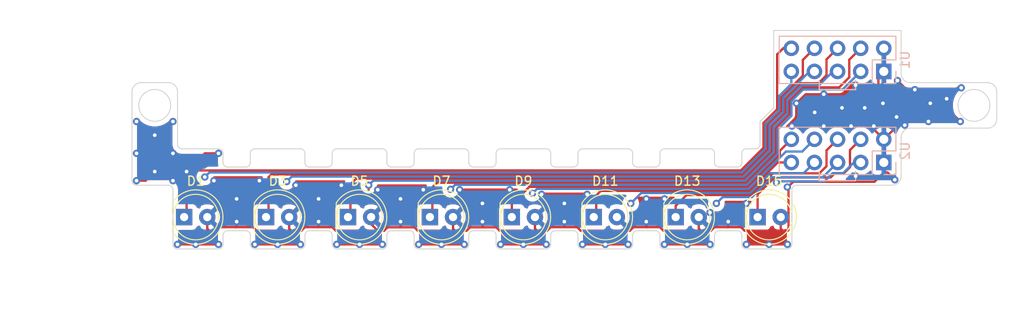
<source format=kicad_pcb>
(kicad_pcb (version 20171130) (host pcbnew "(5.1.6-0-10_14)")
  (layers (0 F.Cu signal) (31 B.Cu signal) (34 B.Paste user) (35 F.Paste user) (36 B.SilkS user) (37 F.SilkS user) (38 B.Mask user) (39 F.Mask user) (44 Edge.Cuts user))
  (net 0 "")
  (net 1 GND)
  (net 2 OUT1)
  (net 3 OUT3)
  (net 4 OUT5)
  (net 5 OUT7)
  (net 6 OUT9)
  (net 7 OUT11)
  (net 8 OUT13)
  (net 9 OUT15)
  (module Pin_Headers:Pin_Header_Straight_2x05_Pitch2.54mm (layer B.Cu) (at 193.095 102 90)
    (fp_text reference U2 (at 1.27 2.33 90) (layer B.SilkS) (effects (justify mirror)))
    (fp_text value Conn_02x05)
    (pad 1 thru_hole rect (at 0 0 90) (size 1.7 1.7) (drill 1) (layers *.Cu *.Mask) (net 1 GND))
    (pad 2 thru_hole oval (at 2.54 0 90) (size 1.7 1.7) (drill 1) (layers *.Cu *.Mask) (net 1 GND))
    (pad 3 thru_hole oval (at 0 -2.54 90) (size 1.7 1.7) (drill 1) (layers *.Cu *.Mask))
    (pad 4 thru_hole oval (at 2.54 -2.54 90) (size 1.7 1.7) (drill 1) (layers *.Cu *.Mask) (net 9 OUT15))
    (pad 5 thru_hole oval (at 0 -5.08 90) (size 1.7 1.7) (drill 1) (layers *.Cu *.Mask))
    (pad 6 thru_hole oval (at 2.54 -5.08 90) (size 1.7 1.7) (drill 1) (layers *.Cu *.Mask) (net 8 OUT13))
    (pad 7 thru_hole oval (at 0 -7.62 90) (size 1.7 1.7) (drill 1) (layers *.Cu *.Mask))
    (pad 8 thru_hole oval (at 2.54 -7.62 90) (size 1.7 1.7) (drill 1) (layers *.Cu *.Mask))
    (pad 9 thru_hole oval (at 0 -10.16 90) (size 1.7 1.7) (drill 1) (layers *.Cu *.Mask) (net 7 OUT11))
    (pad 10 thru_hole oval (at 2.54 -10.16 90) (size 1.7 1.7) (drill 1) (layers *.Cu *.Mask) (net 6 OUT9))
  )
  (module Pin_Headers:Pin_Header_Straight_2x05_Pitch2.54mm (layer B.Cu) (at 193.095 92 90)
    (fp_text reference U1 (at 1.27 2.33 90) (layer B.SilkS) (effects (justify mirror)))
    (fp_text value Conn_02x05)
    (pad 10 thru_hole oval (at 2.54 -10.16 90) (size 1.7 1.7) (drill 1) (layers *.Cu *.Mask) (net 2 OUT1))
    (pad 9 thru_hole oval (at 0 -10.16 90) (size 1.7 1.7) (drill 1) (layers *.Cu *.Mask))
    (pad 8 thru_hole oval (at 2.54 -7.62 90) (size 1.7 1.7) (drill 1) (layers *.Cu *.Mask) (net 3 OUT3))
    (pad 7 thru_hole oval (at 0 -7.62 90) (size 1.7 1.7) (drill 1) (layers *.Cu *.Mask))
    (pad 6 thru_hole oval (at 2.54 -5.08 90) (size 1.7 1.7) (drill 1) (layers *.Cu *.Mask) (net 4 OUT5))
    (pad 5 thru_hole oval (at 0 -5.08 90) (size 1.7 1.7) (drill 1) (layers *.Cu *.Mask))
    (pad 4 thru_hole oval (at 2.54 -2.54 90) (size 1.7 1.7) (drill 1) (layers *.Cu *.Mask) (net 5 OUT7))
    (pad 3 thru_hole oval (at 0 -2.54 90) (size 1.7 1.7) (drill 1) (layers *.Cu *.Mask))
    (pad 2 thru_hole oval (at 2.54 0 90) (size 1.7 1.7) (drill 1) (layers *.Cu *.Mask) (net 1 GND))
    (pad 1 thru_hole rect (at 0 0 90) (size 1.7 1.7) (drill 1) (layers *.Cu *.Mask) (net 1 GND))
  )
  (module LEDs:LED_D5.0mm (layer F.Cu) (at 116.23 108)
    (fp_text reference D1 (at 1.27 -3.96) (layer F.SilkS))
    (fp_text value D_Photo)
    (pad 2 thru_hole circle (at 2.54 0) (size 1.8 1.8) (drill 0.9) (layers *.Cu *.Mask) (net 1 GND))
    (pad 1 thru_hole rect (at 0 0) (size 1.8 1.8) (drill 0.9) (layers *.Cu *.Mask) (net 2 OUT1))
  )
  (module LEDs:LED_D5.0mm (layer F.Cu) (at 125.23 108)
    (fp_text reference D3 (at 1.27 -3.96) (layer F.SilkS))
    (fp_text value D_Photo)
    (pad 2 thru_hole circle (at 2.54 0) (size 1.8 1.8) (drill 0.9) (layers *.Cu *.Mask) (net 1 GND))
    (pad 1 thru_hole rect (at 0 0) (size 1.8 1.8) (drill 0.9) (layers *.Cu *.Mask) (net 3 OUT3))
  )
  (module LEDs:LED_D5.0mm (layer F.Cu) (at 134.23 108)
    (fp_text reference D5 (at 1.27 -3.96) (layer F.SilkS))
    (fp_text value D_Photo)
    (pad 2 thru_hole circle (at 2.54 0) (size 1.8 1.8) (drill 0.9) (layers *.Cu *.Mask) (net 1 GND))
    (pad 1 thru_hole rect (at 0 0) (size 1.8 1.8) (drill 0.9) (layers *.Cu *.Mask) (net 4 OUT5))
  )
  (module LEDs:LED_D5.0mm (layer F.Cu) (at 143.23 108)
    (fp_text reference D7 (at 1.27 -3.96) (layer F.SilkS))
    (fp_text value D_Photo)
    (pad 2 thru_hole circle (at 2.54 0) (size 1.8 1.8) (drill 0.9) (layers *.Cu *.Mask) (net 1 GND))
    (pad 1 thru_hole rect (at 0 0) (size 1.8 1.8) (drill 0.9) (layers *.Cu *.Mask) (net 5 OUT7))
  )
  (module LEDs:LED_D5.0mm (layer F.Cu) (at 152.23 108)
    (fp_text reference D9 (at 1.27 -3.96) (layer F.SilkS))
    (fp_text value D_Photo)
    (pad 1 thru_hole rect (at 0 0) (size 1.8 1.8) (drill 0.9) (layers *.Cu *.Mask) (net 6 OUT9))
    (pad 2 thru_hole circle (at 2.54 0) (size 1.8 1.8) (drill 0.9) (layers *.Cu *.Mask) (net 1 GND))
  )
  (module LEDs:LED_D5.0mm (layer F.Cu) (at 161.23 108)
    (fp_text reference D11 (at 1.27 -3.96) (layer F.SilkS))
    (fp_text value D_Photo)
    (pad 2 thru_hole circle (at 2.54 0) (size 1.8 1.8) (drill 0.9) (layers *.Cu *.Mask) (net 1 GND))
    (pad 1 thru_hole rect (at 0 0) (size 1.8 1.8) (drill 0.9) (layers *.Cu *.Mask) (net 7 OUT11))
  )
  (module LEDs:LED_D5.0mm (layer F.Cu) (at 170.23 108)
    (fp_text reference D13 (at 1.27 -3.96) (layer F.SilkS))
    (fp_text value D_Photo)
    (pad 1 thru_hole rect (at 0 0) (size 1.8 1.8) (drill 0.9) (layers *.Cu *.Mask) (net 8 OUT13))
    (pad 2 thru_hole circle (at 2.54 0) (size 1.8 1.8) (drill 0.9) (layers *.Cu *.Mask) (net 1 GND))
  )
  (module LEDs:LED_D5.0mm (layer F.Cu) (at 179.23 108)
    (fp_text reference D15 (at 1.27 -3.96) (layer F.SilkS))
    (fp_text value D_Photo)
    (pad 2 thru_hole circle (at 2.54 0) (size 1.8 1.8) (drill 0.9) (layers *.Cu *.Mask) (net 1 GND))
    (pad 1 thru_hole rect (at 0 0) (size 1.8 1.8) (drill 0.9) (layers *.Cu *.Mask) (net 9 OUT15))
  )
  (gr_line (start 190 104) (end 190 103) (layer B.SilkS) (width 0.15))
  (gr_line (start 186 104) (end 190 104) (layer B.SilkS) (width 0.15))
  (gr_line (start 186 103) (end 186 104) (layer B.SilkS) (width 0.15))
  (gr_line (start 190 94) (end 190 93) (layer B.SilkS) (width 0.15))
  (gr_line (start 186 94) (end 190 94) (layer B.SilkS) (width 0.15))
  (gr_line (start 186 93) (end 186 94) (layer B.SilkS) (width 0.15))
  (gr_arc (start 179 100) (end 179 100.5) (angle -90) (layer Edge.Cuts) (width 0.1))
  (gr_line (start 178 100.5) (end 179 100.5) (layer Edge.Cuts) (width 0.1))
  (gr_line (start 115 105) (end 115 111) (layer Edge.Cuts) (width 0.1))
  (gr_arc (start 111 104) (end 110.5 104) (angle -90) (layer Edge.Cuts) (width 0.1))
  (gr_arc (start 194 103.5) (end 194 104.5) (angle -90) (layer Edge.Cuts) (width 0.1))
  (gr_line (start 183.5 104.5) (end 194 104.5) (layer Edge.Cuts) (width 0.1))
  (gr_line (start 175 109.5) (end 177 109.5) (layer Edge.Cuts) (width 0.1))
  (gr_line (start 166 109.5) (end 168 109.5) (layer Edge.Cuts) (width 0.1))
  (gr_line (start 157 109.5) (end 159 109.5) (layer Edge.Cuts) (width 0.1))
  (gr_line (start 148 109.5) (end 150 109.5) (layer Edge.Cuts) (width 0.1))
  (gr_line (start 139 109.5) (end 141 109.5) (layer Edge.Cuts) (width 0.1))
  (gr_line (start 130 109.5) (end 132 109.5) (layer Edge.Cuts) (width 0.1))
  (gr_line (start 121 109.5) (end 123 109.5) (layer Edge.Cuts) (width 0.1))
  (gr_line (start 111 104.5) (end 114.5 104.5) (layer Edge.Cuts) (width 0.1))
  (gr_line (start 121 102.5) (end 123 102.5) (layer Edge.Cuts) (width 0.1))
  (gr_line (start 130 102.5) (end 132 102.5) (layer Edge.Cuts) (width 0.1))
  (gr_line (start 139 102.5) (end 141 102.5) (layer Edge.Cuts) (width 0.1))
  (gr_line (start 150 102.5) (end 148 102.5) (layer Edge.Cuts) (width 0.1))
  (gr_line (start 159 102.5) (end 157 102.5) (layer Edge.Cuts) (width 0.1))
  (gr_line (start 168 102.5) (end 166 102.5) (layer Edge.Cuts) (width 0.1))
  (gr_line (start 177 102.5) (end 175 102.5) (layer Edge.Cuts) (width 0.1))
  (gr_line (start 116 100.5) (end 120 100.5) (layer Edge.Cuts) (width 0.1))
  (gr_arc (start 177 102) (end 177 102.5) (angle -90) (layer Edge.Cuts) (width 0.1))
  (gr_arc (start 178 101) (end 178 100.5) (angle -90) (layer Edge.Cuts) (width 0.1))
  (gr_line (start 177.5 101) (end 177.5 102) (layer Edge.Cuts) (width 0.1))
  (gr_arc (start 121 102) (end 120.5 102) (angle -90) (layer Edge.Cuts) (width 0.1))
  (gr_arc (start 120 101) (end 120.5 101) (angle -90) (layer Edge.Cuts) (width 0.1))
  (gr_arc (start 116 100) (end 115.5 100) (angle -90) (layer Edge.Cuts) (width 0.1))
  (gr_line (start 120.5 101) (end 120.5 102) (layer Edge.Cuts) (width 0.1))
  (gr_line (start 123.5 101) (end 123.5 102) (layer Edge.Cuts) (width 0.1))
  (gr_line (start 124 100.5) (end 129 100.5) (layer Edge.Cuts) (width 0.1))
  (gr_arc (start 124 101) (end 124 100.5) (angle -90) (layer Edge.Cuts) (width 0.1))
  (gr_arc (start 130 102) (end 129.5 102) (angle -90) (layer Edge.Cuts) (width 0.1))
  (gr_arc (start 129 101) (end 129.5 101) (angle -90) (layer Edge.Cuts) (width 0.1))
  (gr_line (start 129.5 101) (end 129.5 102) (layer Edge.Cuts) (width 0.1))
  (gr_arc (start 123 102) (end 123 102.5) (angle -90) (layer Edge.Cuts) (width 0.1))
  (gr_arc (start 132 102) (end 132 102.5) (angle -90) (layer Edge.Cuts) (width 0.1))
  (gr_arc (start 133 101) (end 133 100.5) (angle -90) (layer Edge.Cuts) (width 0.1))
  (gr_line (start 133 100.5) (end 138 100.5) (layer Edge.Cuts) (width 0.1))
  (gr_line (start 138.5 101) (end 138.5 102) (layer Edge.Cuts) (width 0.1))
  (gr_arc (start 139 102) (end 138.5 102) (angle -90) (layer Edge.Cuts) (width 0.1))
  (gr_arc (start 138 101) (end 138.5 101) (angle -90) (layer Edge.Cuts) (width 0.1))
  (gr_line (start 132.5 101) (end 132.5 102) (layer Edge.Cuts) (width 0.1))
  (gr_arc (start 148 102) (end 147.5 102) (angle -90) (layer Edge.Cuts) (width 0.1))
  (gr_line (start 141.5 101) (end 141.5 102) (layer Edge.Cuts) (width 0.1))
  (gr_arc (start 147 101) (end 147.5 101) (angle -90) (layer Edge.Cuts) (width 0.1))
  (gr_arc (start 141 102) (end 141 102.5) (angle -90) (layer Edge.Cuts) (width 0.1))
  (gr_line (start 147.5 101) (end 147.5 102) (layer Edge.Cuts) (width 0.1))
  (gr_line (start 142 100.5) (end 147 100.5) (layer Edge.Cuts) (width 0.1))
  (gr_arc (start 142 101) (end 142 100.5) (angle -90) (layer Edge.Cuts) (width 0.1))
  (gr_arc (start 150 102) (end 150 102.5) (angle -90) (layer Edge.Cuts) (width 0.1))
  (gr_arc (start 151 101) (end 151 100.5) (angle -90) (layer Edge.Cuts) (width 0.1))
  (gr_line (start 151 100.5) (end 156 100.5) (layer Edge.Cuts) (width 0.1))
  (gr_arc (start 156 101) (end 156.5 101) (angle -90) (layer Edge.Cuts) (width 0.1))
  (gr_arc (start 157 102) (end 156.5 102) (angle -90) (layer Edge.Cuts) (width 0.1))
  (gr_line (start 150.5 101) (end 150.5 102) (layer Edge.Cuts) (width 0.1))
  (gr_line (start 156.5 101) (end 156.5 102) (layer Edge.Cuts) (width 0.1))
  (gr_arc (start 159 102) (end 159 102.5) (angle -90) (layer Edge.Cuts) (width 0.1))
  (gr_arc (start 160 101) (end 160 100.5) (angle -90) (layer Edge.Cuts) (width 0.1))
  (gr_line (start 165.5 101) (end 165.5 102) (layer Edge.Cuts) (width 0.1))
  (gr_arc (start 165 101) (end 165.5 101) (angle -90) (layer Edge.Cuts) (width 0.1))
  (gr_line (start 160 100.5) (end 165 100.5) (layer Edge.Cuts) (width 0.1))
  (gr_arc (start 166 102) (end 165.5 102) (angle -90) (layer Edge.Cuts) (width 0.1))
  (gr_line (start 159.5 101) (end 159.5 102) (layer Edge.Cuts) (width 0.1))
  (gr_arc (start 169 101) (end 169 100.5) (angle -90) (layer Edge.Cuts) (width 0.1))
  (gr_arc (start 168 102) (end 168 102.5) (angle -90) (layer Edge.Cuts) (width 0.1))
  (gr_arc (start 175 102) (end 174.5 102) (angle -90) (layer Edge.Cuts) (width 0.1))
  (gr_line (start 168.5 101) (end 168.5 102) (layer Edge.Cuts) (width 0.1))
  (gr_line (start 174.5 101) (end 174.5 102) (layer Edge.Cuts) (width 0.1))
  (gr_arc (start 174 101) (end 174.5 101) (angle -90) (layer Edge.Cuts) (width 0.1))
  (gr_line (start 169 100.5) (end 174 100.5) (layer Edge.Cuts) (width 0.1))
  (gr_arc (start 177 110) (end 177.5 110) (angle -90) (layer Edge.Cuts) (width 0.1))
  (gr_line (start 177.5 111) (end 177.5 110) (layer Edge.Cuts) (width 0.1))
  (gr_arc (start 178 111) (end 177.5 111) (angle -90) (layer Edge.Cuts) (width 0.1))
  (gr_arc (start 183.5 105) (end 183.5 104.5) (angle -90) (layer Edge.Cuts) (width 0.1))
  (gr_line (start 182.5 111.5) (end 178 111.5) (layer Edge.Cuts) (width 0.1))
  (gr_line (start 183 111) (end 183 105) (layer Edge.Cuts) (width 0.1))
  (gr_arc (start 182.5 111) (end 182.5 111.5) (angle -90) (layer Edge.Cuts) (width 0.1))
  (gr_line (start 174.5 111) (end 174.5 110) (layer Edge.Cuts) (width 0.1))
  (gr_arc (start 175 110) (end 175 109.5) (angle -90) (layer Edge.Cuts) (width 0.1))
  (gr_arc (start 168 110) (end 168.5 110) (angle -90) (layer Edge.Cuts) (width 0.1))
  (gr_line (start 168.5 111) (end 168.5 110) (layer Edge.Cuts) (width 0.1))
  (gr_arc (start 174 111) (end 174 111.5) (angle -90) (layer Edge.Cuts) (width 0.1))
  (gr_arc (start 169 111) (end 168.5 111) (angle -90) (layer Edge.Cuts) (width 0.1))
  (gr_line (start 174 111.5) (end 169 111.5) (layer Edge.Cuts) (width 0.1))
  (gr_arc (start 166 110) (end 166 109.5) (angle -90) (layer Edge.Cuts) (width 0.1))
  (gr_line (start 159.5 111) (end 159.5 110) (layer Edge.Cuts) (width 0.1))
  (gr_arc (start 165 111) (end 165 111.5) (angle -90) (layer Edge.Cuts) (width 0.1))
  (gr_line (start 165 111.5) (end 160 111.5) (layer Edge.Cuts) (width 0.1))
  (gr_arc (start 159 110) (end 159.5 110) (angle -90) (layer Edge.Cuts) (width 0.1))
  (gr_arc (start 160 111) (end 159.5 111) (angle -90) (layer Edge.Cuts) (width 0.1))
  (gr_line (start 165.5 111) (end 165.5 110) (layer Edge.Cuts) (width 0.1))
  (gr_arc (start 150 110) (end 150.5 110) (angle -90) (layer Edge.Cuts) (width 0.1))
  (gr_arc (start 151 111) (end 150.5 111) (angle -90) (layer Edge.Cuts) (width 0.1))
  (gr_line (start 156.5 111) (end 156.5 110) (layer Edge.Cuts) (width 0.1))
  (gr_arc (start 156 111) (end 156 111.5) (angle -90) (layer Edge.Cuts) (width 0.1))
  (gr_line (start 156 111.5) (end 151 111.5) (layer Edge.Cuts) (width 0.1))
  (gr_arc (start 157 110) (end 157 109.5) (angle -90) (layer Edge.Cuts) (width 0.1))
  (gr_line (start 150.5 111) (end 150.5 110) (layer Edge.Cuts) (width 0.1))
  (gr_line (start 147.5 111) (end 147.5 110) (layer Edge.Cuts) (width 0.1))
  (gr_arc (start 141 110) (end 141.5 110) (angle -90) (layer Edge.Cuts) (width 0.1))
  (gr_line (start 141.5 111) (end 141.5 110) (layer Edge.Cuts) (width 0.1))
  (gr_arc (start 148 110) (end 148 109.5) (angle -90) (layer Edge.Cuts) (width 0.1))
  (gr_arc (start 147 111) (end 147 111.5) (angle -90) (layer Edge.Cuts) (width 0.1))
  (gr_line (start 147 111.5) (end 142 111.5) (layer Edge.Cuts) (width 0.1))
  (gr_arc (start 142 111) (end 141.5 111) (angle -90) (layer Edge.Cuts) (width 0.1))
  (gr_line (start 138.5 111) (end 138.5 110) (layer Edge.Cuts) (width 0.1))
  (gr_arc (start 139 110) (end 139 109.5) (angle -90) (layer Edge.Cuts) (width 0.1))
  (gr_arc (start 138 111) (end 138 111.5) (angle -90) (layer Edge.Cuts) (width 0.1))
  (gr_line (start 138 111.5) (end 133 111.5) (layer Edge.Cuts) (width 0.1))
  (gr_arc (start 132 110) (end 132.5 110) (angle -90) (layer Edge.Cuts) (width 0.1))
  (gr_line (start 132.5 111) (end 132.5 110) (layer Edge.Cuts) (width 0.1))
  (gr_arc (start 133 111) (end 132.5 111) (angle -90) (layer Edge.Cuts) (width 0.1))
  (gr_line (start 129.5 111) (end 129.5 110) (layer Edge.Cuts) (width 0.1))
  (gr_arc (start 130 110) (end 130 109.5) (angle -90) (layer Edge.Cuts) (width 0.1))
  (gr_arc (start 129 111) (end 129 111.5) (angle -90) (layer Edge.Cuts) (width 0.1))
  (gr_line (start 123.5 111) (end 123.5 110) (layer Edge.Cuts) (width 0.1))
  (gr_arc (start 123 110) (end 123.5 110) (angle -90) (layer Edge.Cuts) (width 0.1))
  (gr_line (start 129 111.5) (end 124 111.5) (layer Edge.Cuts) (width 0.1))
  (gr_arc (start 124 111) (end 123.5 111) (angle -90) (layer Edge.Cuts) (width 0.1))
  (gr_arc (start 121 110) (end 121 109.5) (angle -90) (layer Edge.Cuts) (width 0.1))
  (gr_arc (start 114.5 105) (end 115 105) (angle -90) (layer Edge.Cuts) (width 0.1))
  (gr_line (start 120.5 111) (end 120.5 110) (layer Edge.Cuts) (width 0.1))
  (gr_arc (start 120 111) (end 120 111.5) (angle -90) (layer Edge.Cuts) (width 0.1))
  (gr_arc (start 115.5 111) (end 115 111) (angle -90) (layer Edge.Cuts) (width 0.1))
  (gr_line (start 120 111.5) (end 115.5 111.5) (layer Edge.Cuts) (width 0.1))
  (gr_arc (start 114.5 94.23) (end 115.5 94.23) (angle -90) (layer Edge.Cuts) (width 0.1))
  (gr_arc (start 111.5 94.23) (end 111.5 93.23) (angle -90) (layer Edge.Cuts) (width 0.1))
  (gr_line (start 111.5 93.23) (end 114.5 93.23) (layer Edge.Cuts) (width 0.1))
  (gr_line (start 110.5 104) (end 110.5 94.23) (layer Edge.Cuts) (width 0.1))
  (gr_line (start 115.5 100) (end 115.5 94.23) (layer Edge.Cuts) (width 0.1))
  (gr_circle (center 113 95.73) (end 114.75 95.73) (layer Edge.Cuts) (width 0.1))
  (gr_circle (center 203 95.73) (end 204.75 95.73) (layer Edge.Cuts) (width 0.1))
  (gr_arc (start 196 92.23) (end 195 92.23) (angle -90) (layer Edge.Cuts) (width 0.1))
  (gr_arc (start 196 99.23) (end 196 98.23) (angle -90) (layer Edge.Cuts) (width 0.1))
  (gr_line (start 195 92.23) (end 195 87.5) (layer Edge.Cuts) (width 0.1))
  (gr_arc (start 204.5 97.23) (end 204.5 98.23) (angle -90) (layer Edge.Cuts) (width 0.1))
  (gr_arc (start 204.5 94.23) (end 205.5 94.23) (angle -90) (layer Edge.Cuts) (width 0.1))
  (gr_line (start 196 98.23) (end 204.5 98.23) (layer Edge.Cuts) (width 0.1))
  (gr_line (start 205.5 94.23) (end 205.5 97.23) (layer Edge.Cuts) (width 0.1))
  (gr_line (start 196 93.23) (end 204.5 93.23) (layer Edge.Cuts) (width 0.1))
  (gr_line (start 181 96) (end 181 93) (layer Edge.Cuts) (width 0.1))
  (gr_line (start 179.5 97.5) (end 181 96) (layer Edge.Cuts) (width 0.1))
  (gr_line (start 179.5 100) (end 179.5 97.5) (layer Edge.Cuts) (width 0.1))
  (gr_line (start 181 87.5) (end 195 87.5) (layer Edge.Cuts) (width 0.1))
  (gr_line (start 181 93) (end 181 87.5) (layer Edge.Cuts) (width 0.1))
  (gr_line (start 195 103.5) (end 195 99.23) (layer Edge.Cuts) (width 0.1))
  (via (at 118.5 103.60001) (size 0.8) (drill 0.4) (layers F.Cu B.Cu) (net 0))
  (segment (start 119.00001 103.1) (end 118.5 103.60001) (width 0.25) (layer B.Cu) (net 0))
  (segment (start 177.5 103.1) (end 119.00001 103.1) (width 0.25) (layer B.Cu) (net 0))
  (segment (start 182.935 93.365) (end 182.935 92) (width 0.25) (layer B.Cu) (net 0))
  (segment (start 177.5 103.1) (end 180.1 100.5) (width 0.25) (layer B.Cu) (net 0))
  (segment (start 180.1 100.5) (end 180.1 97.8) (width 0.25) (layer B.Cu) (net 0))
  (segment (start 180.1 97.8) (end 181.6 96.3) (width 0.25) (layer B.Cu) (net 0))
  (segment (start 181.6 94.7) (end 182.935 93.365) (width 0.25) (layer B.Cu) (net 0))
  (segment (start 181.6 96.3) (end 181.6 94.7) (width 0.25) (layer B.Cu) (net 0))
  (segment (start 185.475 92.635358) (end 185.475 92) (width 0.25) (layer B.Cu) (net 0))
  (via (at 127.5 104.1) (size 0.8) (drill 0.4) (layers F.Cu B.Cu) (net 0))
  (segment (start 128.04999 103.55001) (end 177.686401 103.550009) (width 0.25) (layer B.Cu) (net 0))
  (segment (start 127.5 104.1) (end 128.04999 103.55001) (width 0.25) (layer B.Cu) (net 0))
  (segment (start 177.686401 103.550009) (end 180.55001 100.6864) (width 0.25) (layer B.Cu) (net 0))
  (segment (start 180.55001 100.6864) (end 180.55001 97.9864) (width 0.25) (layer B.Cu) (net 0))
  (segment (start 180.55001 97.9864) (end 182.05001 96.4864) (width 0.25) (layer B.Cu) (net 0))
  (segment (start 182.05001 96.4864) (end 182.05001 94.8864) (width 0.25) (layer B.Cu) (net 0))
  (segment (start 184.93641 92) (end 185.475 92) (width 0.25) (layer B.Cu) (net 0))
  (segment (start 182.05001 94.8864) (end 184.93641 92) (width 0.25) (layer B.Cu) (net 0))
  (via (at 136.5 104.500028) (size 0.8) (drill 0.4) (layers F.Cu B.Cu) (net 0))
  (segment (start 136.5 105) (end 136.5 104.500028) (width 0.25) (layer F.Cu) (net 0))
  (segment (start 184.03641 93.53641) (end 185.96359 93.53641) (width 0.25) (layer B.Cu) (net 0))
  (segment (start 185.96359 93.53641) (end 187.5 92) (width 0.25) (layer B.Cu) (net 0))
  (segment (start 136.5 104.500028) (end 137.00001 104.000018) (width 0.25) (layer B.Cu) (net 0))
  (segment (start 187.5 92) (end 188.015 92) (width 0.25) (layer B.Cu) (net 0))
  (segment (start 137.00001 104.000018) (end 177.872802 104.000018) (width 0.25) (layer B.Cu) (net 0))
  (segment (start 182.50002 96.6728) (end 182.50002 95.0728) (width 0.25) (layer B.Cu) (net 0))
  (segment (start 182.50002 95.0728) (end 184.03641 93.53641) (width 0.25) (layer B.Cu) (net 0))
  (segment (start 181.00002 98.1728) (end 182.50002 96.6728) (width 0.25) (layer B.Cu) (net 0))
  (segment (start 181.00002 100.8728) (end 181.00002 98.1728) (width 0.25) (layer B.Cu) (net 0))
  (segment (start 177.872802 104.000018) (end 181.00002 100.8728) (width 0.25) (layer B.Cu) (net 0))
  (segment (start 190.53641 92) (end 190.555 92) (width 0.25) (layer B.Cu) (net 0))
  (via (at 145.5 104.950038) (size 0.8) (drill 0.4) (layers F.Cu B.Cu) (net 0))
  (segment (start 145.5 105) (end 145.5 104.950038) (width 0.25) (layer F.Cu) (net 0))
  (segment (start 184.22281 93.98642) (end 188.56858 93.98642) (width 0.25) (layer B.Cu) (net 0))
  (segment (start 145.5 104.950038) (end 146.00001 104.450028) (width 0.25) (layer B.Cu) (net 0))
  (segment (start 188.56858 93.98642) (end 190.555 92) (width 0.25) (layer B.Cu) (net 0))
  (segment (start 146.00001 104.450028) (end 178.059203 104.450027) (width 0.25) (layer B.Cu) (net 0))
  (segment (start 178.059203 104.450027) (end 181.45003 101.0592) (width 0.25) (layer B.Cu) (net 0))
  (segment (start 181.45003 98.3592) (end 182.95003 96.8592) (width 0.25) (layer B.Cu) (net 0))
  (segment (start 181.45003 101.0592) (end 181.45003 98.3592) (width 0.25) (layer B.Cu) (net 0))
  (segment (start 182.95003 95.2592) (end 184.22281 93.98642) (width 0.25) (layer B.Cu) (net 0))
  (segment (start 182.95003 96.8592) (end 182.95003 95.2592) (width 0.25) (layer B.Cu) (net 0))
  (via (at 154.5 105.400046) (size 0.8) (drill 0.4) (layers F.Cu B.Cu) (net 0))
  (segment (start 154.5 105.4) (end 154.5 105.400046) (width 0.25) (layer F.Cu) (net 0))
  (segment (start 184.135 100.8) (end 185.475 99.46) (width 0.25) (layer B.Cu) (net 0))
  (segment (start 182.34564 100.8) (end 184.135 100.8) (width 0.25) (layer B.Cu) (net 0))
  (segment (start 178.245604 104.900036) (end 182.34564 100.8) (width 0.25) (layer B.Cu) (net 0))
  (segment (start 155.00001 104.900036) (end 178.245604 104.900036) (width 0.25) (layer B.Cu) (net 0))
  (segment (start 154.5 105.400046) (end 155.00001 104.900036) (width 0.25) (layer B.Cu) (net 0))
  (via (at 165.3 106.5) (size 0.8) (drill 0.4) (layers F.Cu B.Cu) (net 0))
  (segment (start 185.475 102.54782) (end 185.475 102) (width 0.25) (layer B.Cu) (net 0))
  (segment (start 185.1 102) (end 185.475 102) (width 0.25) (layer B.Cu) (net 0))
  (segment (start 180.607049 103.175001) (end 184.299999 103.175001) (width 0.25) (layer B.Cu) (net 0))
  (segment (start 178.432005 105.350045) (end 180.607049 103.175001) (width 0.25) (layer B.Cu) (net 0))
  (segment (start 184.299999 103.175001) (end 185.475 102) (width 0.25) (layer B.Cu) (net 0))
  (segment (start 166.449954 105.350046) (end 178.432005 105.350045) (width 0.25) (layer B.Cu) (net 0))
  (segment (start 165.3 106.5) (end 166.449954 105.350046) (width 0.25) (layer B.Cu) (net 0))
  (via (at 174.7 106.5) (size 0.8) (drill 0.4) (layers F.Cu B.Cu) (net 0))
  (segment (start 187.5 102) (end 188.015 102) (width 0.25) (layer B.Cu) (net 0))
  (segment (start 180.793449 103.625011) (end 186.389989 103.625011) (width 0.25) (layer B.Cu) (net 0))
  (segment (start 186.389989 103.625011) (end 188.015 102) (width 0.25) (layer B.Cu) (net 0))
  (segment (start 178.618406 105.800054) (end 180.793449 103.625011) (width 0.25) (layer B.Cu) (net 0))
  (segment (start 175.399946 105.800054) (end 178.618406 105.800054) (width 0.25) (layer B.Cu) (net 0))
  (segment (start 174.7 106.5) (end 175.399946 105.800054) (width 0.25) (layer B.Cu) (net 0))
  (segment (start 190.390412 102) (end 190.555 102) (width 0.25) (layer B.Cu) (net 0))
  (via (at 181.3 104.2) (size 0.8) (drill 0.4) (layers F.Cu B.Cu) (net 0))
  (segment (start 190.2 102) (end 190.555 102) (width 0.25) (layer B.Cu) (net 0))
  (segment (start 189.8 102) (end 190.555 102) (width 0.25) (layer B.Cu) (net 0))
  (segment (start 188.624999 103.175001) (end 189.8 102) (width 0.25) (layer B.Cu) (net 0))
  (segment (start 181.3 104.1) (end 181.324979 104.075021) (width 0.25) (layer B.Cu) (net 0))
  (segment (start 187.476409 103.175001) (end 188.624999 103.175001) (width 0.25) (layer B.Cu) (net 0))
  (segment (start 186.57639 104.07502) (end 187.476409 103.175001) (width 0.25) (layer B.Cu) (net 0))
  (segment (start 181.324979 104.075021) (end 186.57639 104.07502) (width 0.25) (layer B.Cu) (net 0))
  (segment (start 181.3 104.2) (end 181.3 104.1) (width 0.25) (layer B.Cu) (net 0))
  (via (at 111 97.5) (size 0.8) (drill 0.4) (layers F.Cu B.Cu) (net 1))
  (segment (start 134.5 109.5) (end 136.5 109.5) (width 0.25) (layer F.Cu) (net 1))
  (segment (start 143.5 109.5) (end 145.5 109.5) (width 0.25) (layer F.Cu) (net 1))
  (segment (start 152.5 109.5) (end 154.5 109.5) (width 0.25) (layer F.Cu) (net 1))
  (segment (start 161.5 109.5) (end 163.5 109.5) (width 0.25) (layer F.Cu) (net 1))
  (segment (start 170.5 109.5) (end 172.5 109.5) (width 0.25) (layer F.Cu) (net 1))
  (segment (start 179.5 109.5) (end 181.5 109.5) (width 0.25) (layer F.Cu) (net 1))
  (segment (start 193.095 99.46) (end 193.095 102) (width 0.25) (layer F.Cu) (net 1))
  (via (at 194.5 97) (size 0.8) (drill 0.4) (layers F.Cu B.Cu) (net 1))
  (via (at 189.5 98) (size 0.8) (drill 0.4) (layers F.Cu B.Cu) (net 1))
  (segment (start 194.5 98.055) (end 194.5 97) (width 0.25) (layer F.Cu) (net 1))
  (segment (start 193.095 99.46) (end 194.5 98.055) (width 0.25) (layer F.Cu) (net 1))
  (segment (start 194.5 96) (end 192.5 94) (width 0.25) (layer F.Cu) (net 1))
  (segment (start 194.5 97) (end 194.5 96) (width 0.25) (layer F.Cu) (net 1))
  (segment (start 192.5 92.595) (end 193.095 92) (width 0.25) (layer F.Cu) (net 1))
  (segment (start 192.5 94) (end 192.5 92.595) (width 0.25) (layer F.Cu) (net 1))
  (segment (start 193.095 89.46) (end 193.095 92) (width 0.25) (layer F.Cu) (net 1))
  (via (at 195.4 97.9) (size 0.8) (drill 0.4) (layers F.Cu B.Cu) (net 1))
  (via (at 194.6 93) (size 0.8) (drill 0.4) (layers F.Cu B.Cu) (net 1))
  (via (at 201.6 93.8) (size 0.8) (drill 0.4) (layers F.Cu B.Cu) (net 1))
  (via (at 198.2 95.5) (size 0.8) (drill 0.4) (layers F.Cu B.Cu) (net 1))
  (via (at 196.5 94) (size 0.8) (drill 0.4) (layers F.Cu B.Cu) (net 1))
  (via (at 200 95) (size 0.8) (drill 0.4) (layers F.Cu B.Cu) (net 1))
  (segment (start 196.1 94.5) (end 196.5 94.5) (width 0.25) (layer F.Cu) (net 1))
  (segment (start 199.5 94.5) (end 200 95) (width 0.25) (layer F.Cu) (net 1))
  (segment (start 201.2 93.8) (end 200 95) (width 0.25) (layer F.Cu) (net 1))
  (segment (start 201.6 93.8) (end 201.2 93.8) (width 0.25) (layer F.Cu) (net 1))
  (segment (start 200 96) (end 200 95) (width 0.25) (layer F.Cu) (net 1))
  (segment (start 198.2 94.5) (end 199.5 94.5) (width 0.25) (layer F.Cu) (net 1))
  (segment (start 198.2 96.3) (end 198.2 94.5) (width 0.25) (layer F.Cu) (net 1))
  (segment (start 196.5 94.5) (end 198.2 94.5) (width 0.25) (layer F.Cu) (net 1))
  (segment (start 195.4 94.4) (end 195.7 94.1) (width 0.25) (layer F.Cu) (net 1))
  (segment (start 195.7 94.1) (end 196.1 94.5) (width 0.25) (layer F.Cu) (net 1))
  (segment (start 194.6 93) (end 195.7 94.1) (width 0.25) (layer F.Cu) (net 1))
  (segment (start 194.5 97) (end 195.4 97) (width 0.25) (layer F.Cu) (net 1))
  (segment (start 195.4 97) (end 195.4 94.4) (width 0.25) (layer F.Cu) (net 1))
  (segment (start 195.4 97.9) (end 195.4 97) (width 0.25) (layer F.Cu) (net 1))
  (segment (start 132.9 109.5) (end 134.5 109.5) (width 0.25) (layer F.Cu) (net 1))
  (segment (start 132.507856 109.107856) (end 132.9 109.5) (width 0.25) (layer F.Cu) (net 1))
  (segment (start 138.2 109.5) (end 138.575754 109.124246) (width 0.25) (layer F.Cu) (net 1))
  (segment (start 141.9 109.5) (end 143.5 109.5) (width 0.25) (layer F.Cu) (net 1))
  (segment (start 141.524246 109.124246) (end 141.9 109.5) (width 0.25) (layer F.Cu) (net 1))
  (segment (start 150.9 109.5) (end 152.5 109.5) (width 0.25) (layer F.Cu) (net 1))
  (segment (start 147.261496 109.5) (end 147.63725 109.124246) (width 0.25) (layer F.Cu) (net 1))
  (segment (start 150.524246 109.124246) (end 150.9 109.5) (width 0.25) (layer F.Cu) (net 1))
  (segment (start 156.492144 109.107856) (end 159.407856 109.107856) (width 0.25) (layer F.Cu) (net 1))
  (segment (start 156.1 109.5) (end 156.492144 109.107856) (width 0.25) (layer F.Cu) (net 1))
  (segment (start 159.8 109.5) (end 161.5 109.5) (width 0.25) (layer F.Cu) (net 1))
  (segment (start 159.407856 109.107856) (end 159.8 109.5) (width 0.25) (layer F.Cu) (net 1))
  (segment (start 163.5 109.5) (end 165.2 109.5) (width 0.25) (layer F.Cu) (net 1))
  (segment (start 165.2 109.5) (end 165.592144 109.107856) (width 0.25) (layer F.Cu) (net 1))
  (segment (start 168.9 109.5) (end 170.5 109.5) (width 0.25) (layer F.Cu) (net 1))
  (segment (start 168.507856 109.107856) (end 168.9 109.5) (width 0.25) (layer F.Cu) (net 1))
  (segment (start 174.1 109.5) (end 174.492144 109.107856) (width 0.25) (layer F.Cu) (net 1))
  (segment (start 177.8 109.5) (end 179.5 109.5) (width 0.25) (layer F.Cu) (net 1))
  (segment (start 177.407856 109.107856) (end 177.8 109.5) (width 0.25) (layer F.Cu) (net 1))
  (segment (start 182.55 109.5) (end 182.625001 109.424999) (width 0.25) (layer F.Cu) (net 1))
  (segment (start 182.625001 109.424999) (end 182.625001 105.474999) (width 0.25) (layer F.Cu) (net 1))
  (via (at 115 97.5) (size 0.8) (drill 0.4) (layers F.Cu B.Cu) (net 1))
  (via (at 111 101) (size 0.8) (drill 0.4) (layers F.Cu B.Cu) (net 1))
  (via (at 111 104) (size 0.8) (drill 0.4) (layers F.Cu B.Cu) (net 1))
  (via (at 120 101) (size 0.8) (drill 0.4) (layers F.Cu B.Cu) (net 1))
  (via (at 115 101) (size 0.8) (drill 0.4) (layers F.Cu B.Cu) (net 1))
  (via (at 115 104) (size 0.8) (drill 0.4) (layers F.Cu B.Cu) (net 1))
  (via (at 119.5 104) (size 0.8) (drill 0.4) (layers F.Cu B.Cu) (net 1))
  (via (at 124.5 104) (size 0.8) (drill 0.4) (layers F.Cu B.Cu) (net 1))
  (via (at 122 108.5) (size 0.8) (drill 0.4) (layers F.Cu B.Cu) (net 1))
  (via (at 117.5 111) (size 0.8) (drill 0.4) (layers F.Cu B.Cu) (net 1))
  (via (at 126.5 111) (size 0.8) (drill 0.4) (layers F.Cu B.Cu) (net 1))
  (via (at 135.5 111) (size 0.8) (drill 0.4) (layers F.Cu B.Cu) (net 1))
  (via (at 144.5 111) (size 0.8) (drill 0.4) (layers F.Cu B.Cu) (net 1))
  (via (at 153.5 111) (size 0.8) (drill 0.4) (layers F.Cu B.Cu) (net 1))
  (via (at 162.5 111) (size 0.8) (drill 0.4) (layers F.Cu B.Cu) (net 1))
  (via (at 171.5 111) (size 0.8) (drill 0.4) (layers F.Cu B.Cu) (net 1))
  (via (at 180.5 111) (size 0.8) (drill 0.4) (layers F.Cu B.Cu) (net 1))
  (via (at 182.5 111) (size 0.8) (drill 0.4) (layers F.Cu B.Cu) (net 1))
  (via (at 178 111) (size 0.8) (drill 0.4) (layers F.Cu B.Cu) (net 1))
  (via (at 174 111) (size 0.8) (drill 0.4) (layers F.Cu B.Cu) (net 1))
  (via (at 169 111) (size 0.8) (drill 0.4) (layers F.Cu B.Cu) (net 1))
  (via (at 165 111) (size 0.8) (drill 0.4) (layers F.Cu B.Cu) (net 1))
  (via (at 160 111) (size 0.8) (drill 0.4) (layers F.Cu B.Cu) (net 1))
  (via (at 156 111) (size 0.8) (drill 0.4) (layers F.Cu B.Cu) (net 1))
  (via (at 151 111) (size 0.8) (drill 0.4) (layers F.Cu B.Cu) (net 1))
  (via (at 147 111) (size 0.8) (drill 0.4) (layers F.Cu B.Cu) (net 1))
  (via (at 142 111) (size 0.8) (drill 0.4) (layers F.Cu B.Cu) (net 1))
  (via (at 138 111) (size 0.8) (drill 0.4) (layers F.Cu B.Cu) (net 1))
  (via (at 133 111) (size 0.8) (drill 0.4) (layers F.Cu B.Cu) (net 1))
  (via (at 129 111) (size 0.8) (drill 0.4) (layers F.Cu B.Cu) (net 1))
  (via (at 124 111) (size 0.8) (drill 0.4) (layers F.Cu B.Cu) (net 1))
  (via (at 120 111) (size 0.8) (drill 0.4) (layers F.Cu B.Cu) (net 1))
  (via (at 115.5 111) (size 0.8) (drill 0.4) (layers F.Cu B.Cu) (net 1))
  (via (at 122 106) (size 0.8) (drill 0.4) (layers F.Cu B.Cu) (net 1))
  (via (at 131 106) (size 0.8) (drill 0.4) (layers F.Cu B.Cu) (net 1))
  (via (at 131 108.5) (size 0.8) (drill 0.4) (layers F.Cu B.Cu) (net 1))
  (via (at 128.5 104.5) (size 0.8) (drill 0.4) (layers F.Cu B.Cu) (net 1))
  (via (at 133.5 104.5) (size 0.8) (drill 0.4) (layers F.Cu B.Cu) (net 1))
  (via (at 140 108.5) (size 0.8) (drill 0.4) (layers F.Cu B.Cu) (net 1))
  (via (at 140 106) (size 0.8) (drill 0.4) (layers F.Cu B.Cu) (net 1))
  (via (at 142.5 105) (size 0.8) (drill 0.4) (layers F.Cu B.Cu) (net 1))
  (via (at 137.5 105) (size 0.8) (drill 0.4) (layers F.Cu B.Cu) (net 1))
  (via (at 149 108.5) (size 0.8) (drill 0.4) (layers F.Cu B.Cu) (net 1))
  (via (at 149 106.5) (size 0.8) (drill 0.4) (layers F.Cu B.Cu) (net 1))
  (via (at 146.5 105) (size 0.8) (drill 0.4) (layers F.Cu B.Cu) (net 1))
  (via (at 152 105) (size 0.8) (drill 0.4) (layers F.Cu B.Cu) (net 1))
  (via (at 158 108.5) (size 0.8) (drill 0.4) (layers F.Cu B.Cu) (net 1))
  (via (at 158 106.5) (size 0.8) (drill 0.4) (layers F.Cu B.Cu) (net 1))
  (via (at 155.5 105.5) (size 0.8) (drill 0.4) (layers F.Cu B.Cu) (net 1))
  (via (at 160.5 105.5) (size 0.8) (drill 0.4) (layers F.Cu B.Cu) (net 1))
  (via (at 176 108.5) (size 0.8) (drill 0.4) (layers F.Cu B.Cu) (net 1))
  (via (at 174 107.5) (size 0.8) (drill 0.4) (layers F.Cu B.Cu) (net 1))
  (via (at 178 106.5) (size 0.8) (drill 0.4) (layers F.Cu B.Cu) (net 1))
  (via (at 190 103.5) (size 0.8) (drill 0.4) (layers F.Cu B.Cu) (net 1))
  (via (at 183.5 95.5) (size 0.8) (drill 0.4) (layers F.Cu B.Cu) (net 1))
  (via (at 183 98) (size 0.8) (drill 0.4) (layers F.Cu B.Cu) (net 1))
  (via (at 186.5 98) (size 0.8) (drill 0.4) (layers F.Cu B.Cu) (net 1))
  (via (at 192 98) (size 0.8) (drill 0.4) (layers F.Cu B.Cu) (net 1))
  (via (at 186.5 94.5) (size 0.8) (drill 0.4) (layers F.Cu B.Cu) (net 1))
  (via (at 190 93.5) (size 0.8) (drill 0.4) (layers F.Cu B.Cu) (net 1))
  (via (at 185.5 96.5) (size 0.8) (drill 0.4) (layers F.Cu B.Cu) (net 1))
  (via (at 188.5 96) (size 0.8) (drill 0.4) (layers F.Cu B.Cu) (net 1))
  (via (at 191 96) (size 0.8) (drill 0.4) (layers F.Cu B.Cu) (net 1))
  (via (at 193 95.5) (size 0.8) (drill 0.4) (layers F.Cu B.Cu) (net 1))
  (via (at 201.5 97.5) (size 0.8) (drill 0.4) (layers F.Cu B.Cu) (net 1))
  (via (at 198 97.5) (size 0.8) (drill 0.4) (layers F.Cu B.Cu) (net 1))
  (via (at 113 103) (size 0.8) (drill 0.4) (layers F.Cu B.Cu) (net 1))
  (via (at 113 99) (size 0.8) (drill 0.4) (layers F.Cu B.Cu) (net 1))
  (via (at 116.5 103) (size 0.8) (drill 0.4) (layers F.Cu B.Cu) (net 1))
  (segment (start 112.5 99) (end 113 99) (width 0.25) (layer F.Cu) (net 1))
  (segment (start 111 97.5) (end 112.5 99) (width 0.25) (layer F.Cu) (net 1))
  (segment (start 113.5 99) (end 113 99) (width 0.25) (layer F.Cu) (net 1))
  (segment (start 115 97.5) (end 113.5 99) (width 0.25) (layer F.Cu) (net 1))
  (segment (start 111 101) (end 113 99) (width 0.25) (layer F.Cu) (net 1))
  (segment (start 115 101) (end 113 99) (width 0.25) (layer F.Cu) (net 1))
  (segment (start 113 103) (end 115 101) (width 0.25) (layer F.Cu) (net 1))
  (segment (start 115 101.5) (end 115 101) (width 0.25) (layer F.Cu) (net 1))
  (segment (start 116.5 103) (end 115 101.5) (width 0.25) (layer F.Cu) (net 1))
  (segment (start 118.5 101) (end 116.5 103) (width 0.25) (layer F.Cu) (net 1))
  (segment (start 120 101) (end 118.5 101) (width 0.25) (layer F.Cu) (net 1))
  (segment (start 115.5 111) (end 117.5 111) (width 0.25) (layer F.Cu) (net 1))
  (segment (start 118.5 111) (end 120 111) (width 0.25) (layer F.Cu) (net 1))
  (segment (start 117.5 111) (end 118.5 111) (width 0.25) (layer F.Cu) (net 1))
  (segment (start 122 106) (end 122 108.5) (width 0.25) (layer F.Cu) (net 1))
  (segment (start 121.5 106) (end 122 106) (width 0.25) (layer F.Cu) (net 1))
  (segment (start 119.5 104) (end 121.5 106) (width 0.25) (layer F.Cu) (net 1))
  (segment (start 122.5 106) (end 122 106) (width 0.25) (layer F.Cu) (net 1))
  (segment (start 124.5 104) (end 122.5 106) (width 0.25) (layer F.Cu) (net 1))
  (segment (start 131 109) (end 130.892144 109.107856) (width 0.25) (layer F.Cu) (net 1))
  (segment (start 130.892144 109.107856) (end 132.507856 109.107856) (width 0.25) (layer F.Cu) (net 1))
  (segment (start 131 108.5) (end 131 109) (width 0.25) (layer F.Cu) (net 1))
  (segment (start 129.492144 109.107856) (end 130.892144 109.107856) (width 0.25) (layer F.Cu) (net 1))
  (segment (start 124 111) (end 126.5 111) (width 0.25) (layer F.Cu) (net 1))
  (segment (start 127.5 111) (end 129 111) (width 0.25) (layer F.Cu) (net 1))
  (segment (start 126.5 111) (end 127.5 111) (width 0.25) (layer F.Cu) (net 1))
  (segment (start 131 106) (end 131 108.5) (width 0.25) (layer F.Cu) (net 1))
  (segment (start 129.5 104.5) (end 131 106) (width 0.25) (layer F.Cu) (net 1))
  (segment (start 128.5 104.5) (end 129.5 104.5) (width 0.25) (layer F.Cu) (net 1))
  (segment (start 132.5 104.5) (end 131 106) (width 0.25) (layer F.Cu) (net 1))
  (segment (start 133.5 104.5) (end 132.5 104.5) (width 0.25) (layer F.Cu) (net 1))
  (segment (start 133 111) (end 135.5 111) (width 0.25) (layer F.Cu) (net 1))
  (segment (start 136.5 109.5) (end 136.5 111) (width 0.25) (layer F.Cu) (net 1))
  (segment (start 136.5 111) (end 138 111) (width 0.25) (layer F.Cu) (net 1))
  (segment (start 135.5 111) (end 136.5 111) (width 0.25) (layer F.Cu) (net 1))
  (segment (start 139 105) (end 140 106) (width 0.25) (layer F.Cu) (net 1))
  (segment (start 137.5 105) (end 139 105) (width 0.25) (layer F.Cu) (net 1))
  (segment (start 141 105) (end 140 106) (width 0.25) (layer F.Cu) (net 1))
  (segment (start 142.5 105) (end 141 105) (width 0.25) (layer F.Cu) (net 1))
  (segment (start 140 106) (end 140 108.5) (width 0.25) (layer F.Cu) (net 1))
  (segment (start 140 109) (end 140.124246 109.124246) (width 0.25) (layer F.Cu) (net 1))
  (segment (start 140 108.5) (end 140 109) (width 0.25) (layer F.Cu) (net 1))
  (segment (start 140.124246 109.124246) (end 141.524246 109.124246) (width 0.25) (layer F.Cu) (net 1))
  (segment (start 138.575754 109.124246) (end 140.124246 109.124246) (width 0.25) (layer F.Cu) (net 1))
  (segment (start 142 111) (end 144.5 111) (width 0.25) (layer F.Cu) (net 1))
  (segment (start 145.5 109.5) (end 145.5 111) (width 0.25) (layer F.Cu) (net 1))
  (segment (start 145.5 111) (end 147 111) (width 0.25) (layer F.Cu) (net 1))
  (segment (start 144.5 111) (end 145.5 111) (width 0.25) (layer F.Cu) (net 1))
  (segment (start 147.5 105) (end 149 106.5) (width 0.25) (layer F.Cu) (net 1))
  (segment (start 146.5 105) (end 147.5 105) (width 0.25) (layer F.Cu) (net 1))
  (segment (start 150.5 105) (end 149 106.5) (width 0.25) (layer F.Cu) (net 1))
  (segment (start 152 105) (end 150.5 105) (width 0.25) (layer F.Cu) (net 1))
  (segment (start 149 106.5) (end 149 108.5) (width 0.25) (layer F.Cu) (net 1))
  (segment (start 149 109) (end 149.124246 109.124246) (width 0.25) (layer F.Cu) (net 1))
  (segment (start 149 108.5) (end 149 109) (width 0.25) (layer F.Cu) (net 1))
  (segment (start 149.124246 109.124246) (end 150.524246 109.124246) (width 0.25) (layer F.Cu) (net 1))
  (segment (start 147.63725 109.124246) (end 149.124246 109.124246) (width 0.25) (layer F.Cu) (net 1))
  (segment (start 151 111) (end 153.5 111) (width 0.25) (layer F.Cu) (net 1))
  (segment (start 154.5 109.5) (end 154.5 111) (width 0.25) (layer F.Cu) (net 1))
  (segment (start 154.5 111) (end 156 111) (width 0.25) (layer F.Cu) (net 1))
  (segment (start 153.5 111) (end 154.5 111) (width 0.25) (layer F.Cu) (net 1))
  (segment (start 157 105.5) (end 158 106.5) (width 0.25) (layer F.Cu) (net 1))
  (segment (start 155.5 105.5) (end 157 105.5) (width 0.25) (layer F.Cu) (net 1))
  (segment (start 159 105.5) (end 158 106.5) (width 0.25) (layer F.Cu) (net 1))
  (segment (start 160.5 105.5) (end 159 105.5) (width 0.25) (layer F.Cu) (net 1))
  (segment (start 158 106.5) (end 158 108.5) (width 0.25) (layer F.Cu) (net 1))
  (segment (start 158 108.5) (end 158 109) (width 0.25) (layer F.Cu) (net 1))
  (segment (start 160 111) (end 162.5 111) (width 0.25) (layer F.Cu) (net 1))
  (segment (start 163.5 109.5) (end 163.5 111) (width 0.25) (layer F.Cu) (net 1))
  (segment (start 163.5 111) (end 165 111) (width 0.25) (layer F.Cu) (net 1))
  (segment (start 162.5 111) (end 163.5 111) (width 0.25) (layer F.Cu) (net 1))
  (via (at 167 108.5) (size 0.8) (drill 0.4) (layers F.Cu B.Cu) (net 1))
  (via (at 169 106) (size 0.8) (drill 0.4) (layers F.Cu B.Cu) (net 1))
  (via (at 167 106) (size 0.8) (drill 0.4) (layers F.Cu B.Cu) (net 1))
  (segment (start 169 106) (end 167 106) (width 0.25) (layer F.Cu) (net 1))
  (segment (start 167 106) (end 167 108.5) (width 0.25) (layer F.Cu) (net 1))
  (segment (start 167 109) (end 167.107856 109.107856) (width 0.25) (layer F.Cu) (net 1))
  (segment (start 167 108.5) (end 167 109) (width 0.25) (layer F.Cu) (net 1))
  (segment (start 167.107856 109.107856) (end 168.507856 109.107856) (width 0.25) (layer F.Cu) (net 1))
  (segment (start 165.592144 109.107856) (end 167.107856 109.107856) (width 0.25) (layer F.Cu) (net 1))
  (segment (start 169 111) (end 171.5 111) (width 0.25) (layer F.Cu) (net 1))
  (segment (start 172.5 109.5) (end 172.5 111) (width 0.25) (layer F.Cu) (net 1))
  (segment (start 172.5 111) (end 174 111) (width 0.25) (layer F.Cu) (net 1))
  (segment (start 171.5 111) (end 172.5 111) (width 0.25) (layer F.Cu) (net 1))
  (segment (start 175 107.5) (end 176 108.5) (width 0.25) (layer F.Cu) (net 1))
  (segment (start 174 107.5) (end 175 107.5) (width 0.25) (layer F.Cu) (net 1))
  (segment (start 178 106.5) (end 176 108.5) (width 0.25) (layer F.Cu) (net 1))
  (segment (start 176 108.5) (end 176 109) (width 0.25) (layer F.Cu) (net 1))
  (segment (start 176 109) (end 175.892144 109.107856) (width 0.25) (layer F.Cu) (net 1))
  (segment (start 175.892144 109.107856) (end 177.407856 109.107856) (width 0.25) (layer F.Cu) (net 1))
  (segment (start 174.492144 109.107856) (end 175.892144 109.107856) (width 0.25) (layer F.Cu) (net 1))
  (segment (start 178 111) (end 180.5 111) (width 0.25) (layer F.Cu) (net 1))
  (segment (start 181.5 109.5) (end 181.5 111) (width 0.25) (layer F.Cu) (net 1))
  (segment (start 181.5 111) (end 182.5 111) (width 0.25) (layer F.Cu) (net 1))
  (segment (start 180.5 111) (end 181.5 111) (width 0.25) (layer F.Cu) (net 1))
  (segment (start 183.5 97.5) (end 183.5 95.5) (width 0.25) (layer F.Cu) (net 1))
  (segment (start 183 98) (end 183.5 97.5) (width 0.25) (layer F.Cu) (net 1))
  (segment (start 192 98.365) (end 193.095 99.46) (width 0.25) (layer F.Cu) (net 1))
  (segment (start 192 98) (end 192 98.365) (width 0.25) (layer F.Cu) (net 1))
  (segment (start 192 98) (end 189.5 98) (width 0.25) (layer F.Cu) (net 1))
  (segment (start 189.5 98) (end 186.5 98) (width 0.25) (layer F.Cu) (net 1))
  (segment (start 186.5 98) (end 183 98) (width 0.25) (layer F.Cu) (net 1))
  (segment (start 185.5 95.5) (end 186.5 94.5) (width 0.25) (layer F.Cu) (net 1))
  (segment (start 183.5 95.5) (end 185.5 95.5) (width 0.25) (layer F.Cu) (net 1))
  (segment (start 185.5 96.5) (end 185.5 95.5) (width 0.25) (layer F.Cu) (net 1))
  (segment (start 186 96) (end 185.5 96.5) (width 0.25) (layer F.Cu) (net 1))
  (segment (start 188.5 96) (end 186 96) (width 0.25) (layer F.Cu) (net 1))
  (segment (start 188.5 96) (end 191 96) (width 0.25) (layer F.Cu) (net 1))
  (segment (start 190 95) (end 191 96) (width 0.25) (layer F.Cu) (net 1))
  (segment (start 190 93.5) (end 190 95) (width 0.25) (layer F.Cu) (net 1))
  (segment (start 191.5 95.5) (end 191 96) (width 0.25) (layer F.Cu) (net 1))
  (segment (start 193 95.5) (end 191.5 95.5) (width 0.25) (layer F.Cu) (net 1))
  (segment (start 198 96.5) (end 198.2 96.3) (width 0.25) (layer F.Cu) (net 1))
  (segment (start 198 97.5) (end 198 96.5) (width 0.25) (layer F.Cu) (net 1))
  (segment (start 201.5 97.5) (end 200 96) (width 0.25) (layer F.Cu) (net 1))
  (segment (start 118.5 105) (end 117.5 104) (width 0.25) (layer B.Cu) (net 1))
  (segment (start 116.5 103) (end 116.5 104) (width 0.25) (layer B.Cu) (net 1))
  (segment (start 116.5 104) (end 115 104) (width 0.25) (layer B.Cu) (net 1))
  (segment (start 117.5 104) (end 116.5 104) (width 0.25) (layer B.Cu) (net 1))
  (segment (start 183.136506 104.12499) (end 182.62499 104.636506) (width 0.25) (layer F.Cu) (net 1))
  (segment (start 193.095 103.1) (end 192.07001 104.12499) (width 0.25) (layer F.Cu) (net 1))
  (segment (start 193.095 102) (end 193.095 103.1) (width 0.25) (layer F.Cu) (net 1))
  (segment (start 190 104.04998) (end 189.92499 104.12499) (width 0.25) (layer F.Cu) (net 1))
  (segment (start 190 103.5) (end 190 104.04998) (width 0.25) (layer F.Cu) (net 1))
  (segment (start 189.92499 104.12499) (end 183.136506 104.12499) (width 0.25) (layer F.Cu) (net 1))
  (segment (start 192.07001 104.12499) (end 189.92499 104.12499) (width 0.25) (layer F.Cu) (net 1))
  (via (at 194.3 103.9) (size 0.8) (drill 0.4) (layers F.Cu B.Cu) (net 1))
  (via (at 182.5 104.7) (size 0.8) (drill 0.4) (layers F.Cu B.Cu) (net 1))
  (segment (start 182.5 104.85002) (end 182.62499 104.97501) (width 0.25) (layer F.Cu) (net 1))
  (segment (start 182.5 104.7) (end 182.5 104.85002) (width 0.25) (layer F.Cu) (net 1))
  (segment (start 182.62499 104.97501) (end 182.62499 105.474999) (width 0.25) (layer F.Cu) (net 1))
  (segment (start 182.62499 104.636506) (end 182.62499 104.97501) (width 0.25) (layer F.Cu) (net 1))
  (segment (start 193.5 103.1) (end 193.095 103.1) (width 0.25) (layer F.Cu) (net 1))
  (segment (start 194.3 103.9) (end 193.5 103.1) (width 0.25) (layer F.Cu) (net 1))
  (segment (start 112 104) (end 113 103) (width 0.25) (layer F.Cu) (net 1))
  (segment (start 111 104) (end 112 104) (width 0.25) (layer F.Cu) (net 1))
  (segment (start 172.5 107.4) (end 172.8 107.7) (width 0.25) (layer F.Cu) (net 1))
  (segment (start 119.5 104) (end 118.5 105) (width 0.25) (layer B.Cu) (net 1))
  (segment (start 129.1 109.5) (end 129.492144 109.107856) (width 0.25) (layer F.Cu) (net 1))
  (segment (start 127.5 109.5) (end 127.5 111) (width 0.25) (layer F.Cu) (net 1))
  (segment (start 125.5 109.5) (end 127.5 109.5) (width 0.25) (layer F.Cu) (net 1))
  (segment (start 124.2 109.5) (end 125.5 109.5) (width 0.25) (layer F.Cu) (net 1))
  (segment (start 123.807856 109.107856) (end 124.2 109.5) (width 0.25) (layer F.Cu) (net 1))
  (segment (start 122 108.5) (end 122 109) (width 0.25) (layer F.Cu) (net 1))
  (segment (start 122 109) (end 121.892144 109.107856) (width 0.25) (layer F.Cu) (net 1))
  (segment (start 121.892144 109.107856) (end 123.807856 109.107856) (width 0.25) (layer F.Cu) (net 1))
  (segment (start 120.192144 109.107856) (end 121.892144 109.107856) (width 0.25) (layer F.Cu) (net 1))
  (segment (start 119.8 109.5) (end 120.192144 109.107856) (width 0.25) (layer F.Cu) (net 1))
  (segment (start 118.5 109.5) (end 118.5 111) (width 0.25) (layer F.Cu) (net 1))
  (segment (start 181.77 109.27) (end 182 109.5) (width 0.25) (layer F.Cu) (net 1))
  (segment (start 182 109.5) (end 182.55 109.5) (width 0.25) (layer F.Cu) (net 1))
  (segment (start 181.77 108) (end 181.77 109.27) (width 0.25) (layer F.Cu) (net 1))
  (segment (start 181.5 109.5) (end 182 109.5) (width 0.25) (layer F.Cu) (net 1))
  (segment (start 172.77 109.27) (end 173 109.5) (width 0.25) (layer F.Cu) (net 1))
  (segment (start 172.77 108) (end 172.77 109.27) (width 0.25) (layer F.Cu) (net 1))
  (segment (start 173 109.5) (end 174.1 109.5) (width 0.25) (layer F.Cu) (net 1))
  (segment (start 172.5 109.5) (end 173 109.5) (width 0.25) (layer F.Cu) (net 1))
  (segment (start 154.77 109.27) (end 155 109.5) (width 0.25) (layer F.Cu) (net 1))
  (segment (start 154.77 108) (end 154.77 109.27) (width 0.25) (layer F.Cu) (net 1))
  (segment (start 155 109.5) (end 156.1 109.5) (width 0.25) (layer F.Cu) (net 1))
  (segment (start 154.5 109.5) (end 155 109.5) (width 0.25) (layer F.Cu) (net 1))
  (segment (start 145.77 109.27) (end 146 109.5) (width 0.25) (layer F.Cu) (net 1))
  (segment (start 146 109.5) (end 147.261496 109.5) (width 0.25) (layer F.Cu) (net 1))
  (segment (start 145.77 108) (end 145.77 109.27) (width 0.25) (layer F.Cu) (net 1))
  (segment (start 145.5 109.5) (end 146 109.5) (width 0.25) (layer F.Cu) (net 1))
  (segment (start 136.77 108.77) (end 137.5 109.5) (width 0.25) (layer F.Cu) (net 1))
  (segment (start 136.77 108) (end 136.77 108.77) (width 0.25) (layer F.Cu) (net 1))
  (segment (start 137.5 109.5) (end 138.2 109.5) (width 0.25) (layer F.Cu) (net 1))
  (segment (start 136.5 109.5) (end 137.5 109.5) (width 0.25) (layer F.Cu) (net 1))
  (segment (start 127.77 109.27) (end 128 109.5) (width 0.25) (layer F.Cu) (net 1))
  (segment (start 127.77 108) (end 127.77 109.27) (width 0.25) (layer F.Cu) (net 1))
  (segment (start 128 109.5) (end 129.1 109.5) (width 0.25) (layer F.Cu) (net 1))
  (segment (start 127.5 109.5) (end 128 109.5) (width 0.25) (layer F.Cu) (net 1))
  (segment (start 118.77 108) (end 118.77 109.27) (width 0.25) (layer F.Cu) (net 1))
  (segment (start 119 109.5) (end 119.8 109.5) (width 0.25) (layer F.Cu) (net 1))
  (segment (start 118.77 109.27) (end 119 109.5) (width 0.25) (layer F.Cu) (net 1))
  (segment (start 118.5 109.5) (end 119 109.5) (width 0.25) (layer F.Cu) (net 1))
  (segment (start 182.04 89.46) (end 182.935 89.46) (width 0.25) (layer F.Cu) (net 2))
  (segment (start 181.37501 90.12499) (end 182.04 89.46) (width 0.25) (layer F.Cu) (net 2))
  (segment (start 117.52499 102.87501) (end 177.386674 102.87501) (width 0.25) (layer F.Cu) (net 2))
  (segment (start 116.5 103.9) (end 117.52499 102.87501) (width 0.25) (layer F.Cu) (net 2))
  (segment (start 177.386674 102.87501) (end 179.87501 100.386674) (width 0.25) (layer F.Cu) (net 2))
  (segment (start 181.37501 96.155334) (end 181.37501 94.52499) (width 0.25) (layer F.Cu) (net 2))
  (segment (start 179.87501 97.655334) (end 181.37501 96.155334) (width 0.25) (layer F.Cu) (net 2))
  (segment (start 179.87501 100.386674) (end 179.87501 97.655334) (width 0.25) (layer F.Cu) (net 2))
  (segment (start 181.37501 94.52499) (end 181.37501 90.12499) (width 0.25) (layer F.Cu) (net 2))
  (segment (start 181.37501 94.655334) (end 181.37501 94.52499) (width 0.25) (layer F.Cu) (net 2))
  (segment (start 116.5 107.73) (end 116.23 108) (width 0.25) (layer F.Cu) (net 2))
  (segment (start 116.5 103.9) (end 116.5 107.73) (width 0.25) (layer F.Cu) (net 2))
  (segment (start 125.8 103.32502) (end 177.573075 103.325019) (width 0.25) (layer F.Cu) (net 3))
  (segment (start 125.5 103.62502) (end 125.8 103.32502) (width 0.25) (layer F.Cu) (net 3))
  (segment (start 184.2 90.735) (end 185.475 89.46) (width 0.25) (layer F.Cu) (net 3))
  (segment (start 184.2 92.466754) (end 184.2 90.735) (width 0.25) (layer F.Cu) (net 3))
  (segment (start 177.573075 103.325019) (end 180.32502 100.573074) (width 0.25) (layer F.Cu) (net 3))
  (segment (start 180.32502 100.573074) (end 180.32502 97.841734) (width 0.25) (layer F.Cu) (net 3))
  (segment (start 180.32502 97.841734) (end 181.82502 96.341734) (width 0.25) (layer F.Cu) (net 3))
  (segment (start 181.82502 94.841734) (end 181.82502 96.341734) (width 0.25) (layer F.Cu) (net 3))
  (segment (start 184.2 92.466754) (end 181.82502 94.841734) (width 0.25) (layer F.Cu) (net 3))
  (segment (start 125.5 107.73) (end 125.23 108) (width 0.25) (layer F.Cu) (net 3))
  (segment (start 125.5 103.62502) (end 125.5 107.73) (width 0.25) (layer F.Cu) (net 3))
  (segment (start 186.8 90.675) (end 188.015 89.46) (width 0.25) (layer F.Cu) (net 4))
  (segment (start 186.8 92.414002) (end 186.8 90.675) (width 0.25) (layer F.Cu) (net 4))
  (segment (start 184.003164 93.3) (end 185.914002 93.3) (width 0.25) (layer F.Cu) (net 4))
  (segment (start 185.914002 93.3) (end 186.8 92.414002) (width 0.25) (layer F.Cu) (net 4))
  (segment (start 134.5 104.4) (end 135.124972 103.775028) (width 0.25) (layer F.Cu) (net 4))
  (segment (start 135.124972 103.775028) (end 177.759476 103.775028) (width 0.25) (layer F.Cu) (net 4))
  (segment (start 182.27503 95.028134) (end 184.003164 93.3) (width 0.25) (layer F.Cu) (net 4))
  (segment (start 180.77503 98.028134) (end 182.27503 96.528134) (width 0.25) (layer F.Cu) (net 4))
  (segment (start 182.27503 96.528134) (end 182.27503 95.028134) (width 0.25) (layer F.Cu) (net 4))
  (segment (start 180.77503 100.759474) (end 180.77503 98.028134) (width 0.25) (layer F.Cu) (net 4))
  (segment (start 177.759476 103.775028) (end 180.77503 100.759474) (width 0.25) (layer F.Cu) (net 4))
  (segment (start 134.5 107.73) (end 134.23 108) (width 0.25) (layer F.Cu) (net 4))
  (segment (start 134.5 104.4) (end 134.5 107.73) (width 0.25) (layer F.Cu) (net 4))
  (segment (start 184.189564 93.75001) (end 188.19399 93.75001) (width 0.25) (layer F.Cu) (net 5))
  (segment (start 188.19399 93.75001) (end 189.3 92.644) (width 0.25) (layer F.Cu) (net 5))
  (segment (start 189.3 90.715) (end 190.555 89.46) (width 0.25) (layer F.Cu) (net 5))
  (segment (start 144 104.225038) (end 177.945877 104.225037) (width 0.25) (layer F.Cu) (net 5))
  (segment (start 143.5 104.725038) (end 144 104.225038) (width 0.25) (layer F.Cu) (net 5))
  (segment (start 189.3 92.644) (end 189.3 90.715) (width 0.25) (layer F.Cu) (net 5))
  (segment (start 181.225039 98.214535) (end 182.72504 96.714534) (width 0.25) (layer F.Cu) (net 5))
  (segment (start 181.225039 100.945875) (end 181.225039 98.214535) (width 0.25) (layer F.Cu) (net 5))
  (segment (start 177.945877 104.225037) (end 181.225039 100.945875) (width 0.25) (layer F.Cu) (net 5))
  (segment (start 182.72504 96.714534) (end 182.72504 95.214534) (width 0.25) (layer F.Cu) (net 5))
  (segment (start 182.72504 95.214534) (end 184.189564 93.75001) (width 0.25) (layer F.Cu) (net 5))
  (segment (start 143.5 107.73) (end 143.23 108) (width 0.25) (layer F.Cu) (net 5))
  (segment (start 143.5 104.725038) (end 143.5 107.73) (width 0.25) (layer F.Cu) (net 5))
  (segment (start 181.675049 100.719951) (end 182.935 99.46) (width 0.25) (layer F.Cu) (net 6))
  (segment (start 181.675049 101.132275) (end 181.675049 100.719951) (width 0.25) (layer F.Cu) (net 6))
  (segment (start 178.132278 104.675046) (end 181.675049 101.132275) (width 0.25) (layer F.Cu) (net 6))
  (segment (start 152.23 106.597044) (end 152.23 108) (width 0.25) (layer F.Cu) (net 6))
  (segment (start 154.151999 104.675045) (end 152.23 106.597044) (width 0.25) (layer F.Cu) (net 6))
  (segment (start 178.132278 104.675046) (end 154.151999 104.675045) (width 0.25) (layer F.Cu) (net 6))
  (segment (start 181.443734 102) (end 182.935 102) (width 0.25) (layer F.Cu) (net 7))
  (segment (start 178.318679 105.125055) (end 181.443734 102) (width 0.25) (layer F.Cu) (net 7))
  (segment (start 161.5 105.625056) (end 162 105.125056) (width 0.25) (layer F.Cu) (net 7))
  (segment (start 162 105.125056) (end 178.318679 105.125055) (width 0.25) (layer F.Cu) (net 7))
  (segment (start 161.5 107.73) (end 161.23 108) (width 0.25) (layer F.Cu) (net 7))
  (segment (start 161.5 105.625056) (end 161.5 107.73) (width 0.25) (layer F.Cu) (net 7))
  (segment (start 170.5 107.4) (end 169.8 108.1) (width 0.25) (layer F.Cu) (net 8))
  (segment (start 186.8 100.675) (end 188.015 99.46) (width 0.25) (layer F.Cu) (net 8))
  (segment (start 186.8 102.414002) (end 186.8 100.675) (width 0.25) (layer F.Cu) (net 8))
  (segment (start 186.014002 103.2) (end 186.8 102.414002) (width 0.25) (layer F.Cu) (net 8))
  (segment (start 178.524936 105.575064) (end 180.9 103.2) (width 0.25) (layer F.Cu) (net 8))
  (segment (start 180.9 103.2) (end 186.014002 103.2) (width 0.25) (layer F.Cu) (net 8))
  (segment (start 171.424936 105.575064) (end 178.524936 105.575064) (width 0.25) (layer F.Cu) (net 8))
  (segment (start 170.23 106.77) (end 171.424936 105.575064) (width 0.25) (layer F.Cu) (net 8))
  (segment (start 170.23 108) (end 170.23 106.77) (width 0.25) (layer F.Cu) (net 8))
  (segment (start 189.379999 100.635001) (end 190.555 99.46) (width 0.25) (layer F.Cu) (net 9))
  (segment (start 188.724999 103.175001) (end 189.379999 102.520001) (width 0.25) (layer F.Cu) (net 9))
  (segment (start 181.0864 103.65001) (end 187.24999 103.65001) (width 0.25) (layer F.Cu) (net 9))
  (segment (start 187.724999 103.175001) (end 188.724999 103.175001) (width 0.25) (layer F.Cu) (net 9))
  (segment (start 189.379999 102.520001) (end 189.379999 100.635001) (width 0.25) (layer F.Cu) (net 9))
  (segment (start 187.24999 103.65001) (end 187.724999 103.175001) (width 0.25) (layer F.Cu) (net 9))
  (segment (start 179.23 105.50641) (end 181.0864 103.65001) (width 0.25) (layer F.Cu) (net 9))
  (segment (start 179.23 108) (end 179.23 105.50641) (width 0.25) (layer F.Cu) (net 9))
  (zone (net 1) (net_name GND) (layer F.Cu) (connect_pads (clearance 0.508)) (min_thickness 0.254) (fill yes (arc_segments 32) (thermal_gap 0.508) (thermal_bridge_width 0.508))
    (polygon (pts (xy 208 115) (xy 96.5 115) (xy 96.5 86.5) (xy 208 86.5)))
  )
  (zone (net 1) (net_name GND) (layer B.Cu) (connect_pads (clearance 0.508)) (min_thickness 0.254) (fill yes (arc_segments 32) (thermal_gap 0.508) (thermal_bridge_width 0.508))
    (polygon (pts (xy 208.5 115.5) (xy 96 115.5) (xy 96 86) (xy 208.5 85.831194)))
  )
)
</source>
